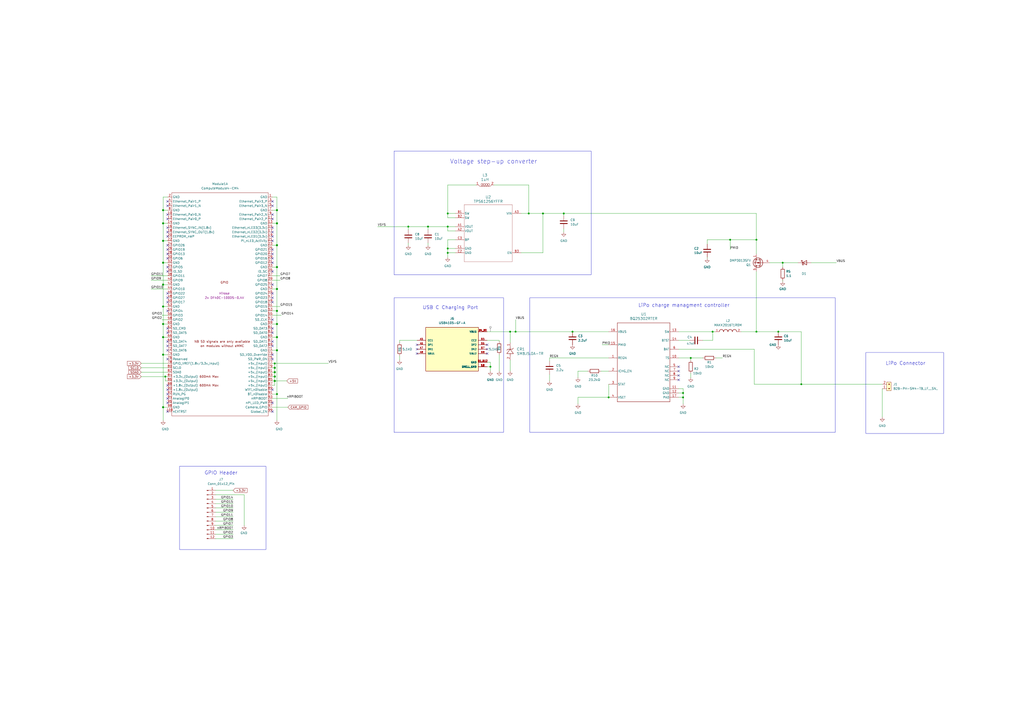
<source format=kicad_sch>
(kicad_sch (version 20230121) (generator eeschema)
  (paper "A2")
  (title_block (title "Raspberry Pi Compute Module 4 Carrier Board v1") (date "2023-06-21") (rev "v01") (comment 2 "creativecommons.org/licenses/by-sa/4.0") (comment 3 "License: CC BY 4.0") (comment 4 "Author: Iiro Karppanen"))
  (junction (at 94.615 139.7) (diameter 1.016))
  (junction (at 94.615 205.74) (diameter 1.016))
  (junction (at 327.025 123.825))
  (junction (at 160.655 154.94) (diameter 1.016))
  (junction (at 400.685 207.645))
  (junction (at 438.785 139.065))
  (junction (at 160.655 180.34) (diameter 1.016))
  (junction (at 159.385 220.98) (diameter 1.016))
  (junction (at 259.715 123.825))
  (junction (at 159.385 215.9) (diameter 1.016))
  (junction (at 236.855 131.445))
  (junction (at 248.285 131.445))
  (junction (at 314.96 123.825))
  (junction (at 159.385 210.82))
  (junction (at 160.655 142.24) (diameter 1.016))
  (junction (at 413.385 192.405))
  (junction (at 95.885 218.44))
  (junction (at 464.82 222.885))
  (junction (at 438.785 192.405))
  (junction (at 396.24 227.965))
  (junction (at 94.615 165.1) (diameter 1.016))
  (junction (at 451.485 192.405))
  (junction (at 159.385 218.44) (diameter 1.016))
  (junction (at 94.615 236.22) (diameter 1.016))
  (junction (at 259.715 131.445))
  (junction (at 94.615 187.96) (diameter 1.016))
  (junction (at 160.655 167.64) (diameter 1.016))
  (junction (at 396.24 230.505))
  (junction (at 160.655 228.6))
  (junction (at 160.655 195.58) (diameter 1.016))
  (junction (at 159.385 213.36) (diameter 1.016))
  (junction (at 160.655 129.54) (diameter 1.016))
  (junction (at 94.615 129.54) (diameter 1.016))
  (junction (at 353.06 230.505))
  (junction (at 284.48 212.725))
  (junction (at 94.615 121.92) (diameter 1.016))
  (junction (at 94.615 195.58) (diameter 1.016))
  (junction (at 94.615 152.4) (diameter 1.016))
  (junction (at 160.655 203.2) (diameter 1.016))
  (junction (at 332.105 192.405))
  (junction (at 160.655 187.96) (diameter 1.016))
  (junction (at 160.655 121.92) (diameter 1.016))
  (junction (at 306.705 123.825))
  (junction (at 454.025 152.4))
  (junction (at 299.085 192.405))
  (junction (at 259.715 146.685))
  (junction (at 423.545 139.065))
  (junction (at 295.91 192.405))
  (junction (at 259.715 144.145))
  (junction (at 94.615 177.8) (diameter 1.016))
  (no_connect (at 97.155 154.94))
  (no_connect (at 158.115 226.06))
  (no_connect (at 158.115 127))
  (no_connect (at 158.115 170.18))
  (no_connect (at 97.155 223.52))
  (no_connect (at 241.935 200.025))
  (no_connect (at 158.115 185.42))
  (no_connect (at 158.115 149.86))
  (no_connect (at 393.7 215.265))
  (no_connect (at 158.115 134.62))
  (no_connect (at 158.115 208.28))
  (no_connect (at 97.155 116.84))
  (no_connect (at 241.935 205.105))
  (no_connect (at 158.115 190.5))
  (no_connect (at 97.155 190.5))
  (no_connect (at 97.155 137.16))
  (no_connect (at 97.155 180.34))
  (no_connect (at 158.115 124.46))
  (no_connect (at 158.115 198.12))
  (no_connect (at 158.115 238.76))
  (no_connect (at 158.115 200.66))
  (no_connect (at 97.155 175.26))
  (no_connect (at 158.115 152.4))
  (no_connect (at 158.115 205.74))
  (no_connect (at 97.155 226.06))
  (no_connect (at 97.155 200.66))
  (no_connect (at 158.115 147.32))
  (no_connect (at 158.115 193.04))
  (no_connect (at 97.155 134.62))
  (no_connect (at 97.155 124.46))
  (no_connect (at 158.115 132.08))
  (no_connect (at 282.575 205.105))
  (no_connect (at 97.155 231.14))
  (no_connect (at 97.155 193.04))
  (no_connect (at 97.155 233.68))
  (no_connect (at 97.155 147.32))
  (no_connect (at 393.7 217.805))
  (no_connect (at 158.115 233.68))
  (no_connect (at 97.155 144.78))
  (no_connect (at 158.115 116.84))
  (no_connect (at 97.155 127))
  (no_connect (at 97.155 157.48))
  (no_connect (at 158.115 165.1))
  (no_connect (at 97.155 238.76))
  (no_connect (at 97.155 228.6))
  (no_connect (at 158.115 144.78))
  (no_connect (at 158.115 139.7))
  (no_connect (at 97.155 132.08))
  (no_connect (at 158.115 157.48))
  (no_connect (at 97.155 170.18))
  (no_connect (at 97.155 208.28))
  (no_connect (at 393.7 220.345))
  (no_connect (at 282.575 200.025))
  (no_connect (at 158.115 137.16))
  (no_connect (at 97.155 142.24))
  (no_connect (at 97.155 203.2))
  (no_connect (at 97.155 149.86))
  (no_connect (at 97.155 198.12))
  (no_connect (at 158.115 175.26))
  (no_connect (at 393.7 212.725))
  (no_connect (at 97.155 172.72))
  (no_connect (at 282.575 202.565))
  (no_connect (at 158.115 172.72))
  (no_connect (at 97.155 119.38))
  (no_connect (at 158.115 119.38))
  (no_connect (at 241.935 202.565))
  (wire (pts (xy 158.115 142.24) (xy 160.655 142.24)))
  (wire (pts (xy 158.115 220.98) (xy 159.385 220.98)))
  (wire (pts (xy 158.115 121.92) (xy 160.655 121.92)))
  (wire (pts (xy 259.715 126.365) (xy 264.16 126.365)))
  (wire (pts (xy 158.115 154.94) (xy 160.655 154.94)))
  (wire (pts (xy 335.28 230.505) (xy 353.06 230.505)))
  (wire (pts (xy 282.575 192.405) (xy 295.91 192.405)))
  (wire (pts (xy 340.995 215.265) (xy 335.28 215.265)))
  (wire (pts (xy 158.115 213.36) (xy 159.385 213.36)))
  (wire (pts (xy 400.685 207.645) (xy 407.67 207.645)))
  (wire (pts (xy 413.385 192.405) (xy 414.655 192.405)))
  (wire (pts (xy 259.715 139.065) (xy 259.715 144.145)))
  (wire (pts (xy 410.21 139.065) (xy 423.545 139.065)))
  (wire (pts (xy 159.385 215.9) (xy 159.385 213.36)))
  (wire (pts (xy 158.115 182.88) (xy 163.195 182.88)))
  (wire (pts (xy 295.91 192.405) (xy 299.085 192.405)))
  (wire (pts (xy 158.115 162.56) (xy 162.56 162.56)))
  (wire (pts (xy 158.115 223.52) (xy 159.385 223.52)))
  (wire (pts (xy 236.855 133.35) (xy 236.855 131.445)))
  (wire (pts (xy 454.025 162.56) (xy 454.025 163.195)))
  (wire (pts (xy 264.16 139.065) (xy 259.715 139.065)))
  (wire (pts (xy 160.655 114.3) (xy 160.655 121.92)))
  (wire (pts (xy 393.7 227.965) (xy 396.24 227.965)))
  (wire (pts (xy 236.855 131.445) (xy 248.285 131.445)))
  (wire (pts (xy 451.485 192.405) (xy 464.82 192.405)))
  (wire (pts (xy 264.16 133.985) (xy 259.715 133.985)))
  (wire (pts (xy 393.7 230.505) (xy 396.24 230.505)))
  (wire (pts (xy 259.715 146.685) (xy 259.715 149.225)))
  (wire (pts (xy 158.115 228.6) (xy 160.655 228.6)))
  (wire (pts (xy 95.885 218.44) (xy 97.155 218.44)))
  (wire (pts (xy 94.615 205.74) (xy 94.615 236.22)))
  (wire (pts (xy 158.115 129.54) (xy 160.655 129.54)))
  (wire (pts (xy 470.535 152.4) (xy 485.14 152.4)))
  (wire (pts (xy 231.775 206.375) (xy 231.775 208.788)))
  (wire (pts (xy 93.98 182.88) (xy 97.155 182.88)))
  (wire (pts (xy 410.21 139.065) (xy 410.21 141.605)))
  (wire (pts (xy 160.655 203.2) (xy 160.655 228.6)))
  (wire (pts (xy 158.115 215.9) (xy 159.385 215.9)))
  (wire (pts (xy 94.615 121.92) (xy 97.155 121.92)))
  (wire (pts (xy 511.81 225.425) (xy 511.81 241.935)))
  (wire (pts (xy 141.605 287.02) (xy 125.095 287.02)))
  (wire (pts (xy 94.615 152.4) (xy 94.615 165.1)))
  (wire (pts (xy 348.615 215.265) (xy 353.06 215.265)))
  (wire (pts (xy 393.7 202.565) (xy 437.515 202.565)))
  (wire (pts (xy 236.855 140.97) (xy 236.855 142.24)))
  (wire (pts (xy 160.655 195.58) (xy 160.655 203.2)))
  (wire (pts (xy 159.385 213.36) (xy 159.385 210.82)))
  (wire (pts (xy 135.255 299.72) (xy 125.095 299.72)))
  (wire (pts (xy 464.82 222.885) (xy 511.81 222.885)))
  (wire (pts (xy 160.655 121.92) (xy 160.655 129.54)))
  (wire (pts (xy 94.615 165.1) (xy 97.155 165.1)))
  (wire (pts (xy 438.785 123.825) (xy 438.785 139.065)))
  (wire (pts (xy 423.545 139.065) (xy 438.785 139.065)))
  (wire (pts (xy 289.56 205.74) (xy 289.56 215.265)))
  (wire (pts (xy 446.405 152.4) (xy 454.025 152.4)))
  (wire (pts (xy 302.26 146.685) (xy 314.96 146.685)))
  (wire (pts (xy 231.775 197.485) (xy 231.775 198.755)))
  (wire (pts (xy 437.515 222.885) (xy 464.82 222.885)))
  (wire (pts (xy 158.115 167.64) (xy 160.655 167.64)))
  (wire (pts (xy 259.715 123.825) (xy 264.16 123.825)))
  (wire (pts (xy 248.285 131.445) (xy 259.715 131.445)))
  (wire (pts (xy 393.7 192.405) (xy 413.385 192.405)))
  (wire (pts (xy 306.705 123.825) (xy 302.26 123.825)))
  (wire (pts (xy 400.685 216.535) (xy 400.685 219.075)))
  (wire (pts (xy 94.615 195.58) (xy 97.155 195.58)))
  (wire (pts (xy 94.615 177.8) (xy 94.615 187.96)))
  (wire (pts (xy 259.715 107.315) (xy 276.225 107.315)))
  (wire (pts (xy 95.885 220.98) (xy 95.885 218.44)))
  (wire (pts (xy 94.615 114.3) (xy 94.615 121.92)))
  (wire (pts (xy 295.91 192.405) (xy 295.91 198.755)))
  (wire (pts (xy 81.915 218.44) (xy 95.885 218.44)))
  (wire (pts (xy 335.28 230.505) (xy 335.28 234.315)))
  (wire (pts (xy 314.96 123.825) (xy 327.025 123.825)))
  (wire (pts (xy 158.115 160.02) (xy 162.56 160.02)))
  (wire (pts (xy 259.715 107.315) (xy 259.715 123.825)))
  (wire (pts (xy 135.255 304.8) (xy 125.095 304.8)))
  (wire (pts (xy 94.615 152.4) (xy 97.155 152.4)))
  (wire (pts (xy 295.91 208.915) (xy 295.91 215.265)))
  (wire (pts (xy 286.385 107.315) (xy 306.705 107.315)))
  (wire (pts (xy 259.715 144.145) (xy 264.16 144.145)))
  (wire (pts (xy 94.615 139.7) (xy 97.155 139.7)))
  (wire (pts (xy 135.255 289.56) (xy 125.095 289.56)))
  (wire (pts (xy 248.285 140.97) (xy 248.285 142.24)))
  (wire (pts (xy 259.715 133.985) (xy 259.715 131.445)))
  (wire (pts (xy 353.06 222.885) (xy 353.06 230.505)))
  (wire (pts (xy 413.385 197.485) (xy 413.385 192.405)))
  (wire (pts (xy 81.915 215.9) (xy 97.155 215.9)))
  (wire (pts (xy 259.715 131.445) (xy 264.16 131.445)))
  (wire (pts (xy 94.615 187.96) (xy 94.615 195.58)))
  (wire (pts (xy 159.385 210.82) (xy 190.5 210.82)))
  (wire (pts (xy 429.895 192.405) (xy 438.785 192.405)))
  (wire (pts (xy 160.655 129.54) (xy 160.655 142.24)))
  (wire (pts (xy 423.545 144.78) (xy 423.545 139.065)))
  (wire (pts (xy 93.98 185.42) (xy 97.155 185.42)))
  (wire (pts (xy 282.575 210.185) (xy 284.48 210.185)))
  (wire (pts (xy 437.515 202.565) (xy 437.515 222.885)))
  (wire (pts (xy 314.96 146.685) (xy 314.96 123.825)))
  (wire (pts (xy 318.77 207.645) (xy 353.06 207.645)))
  (wire (pts (xy 160.655 142.24) (xy 160.655 154.94)))
  (wire (pts (xy 454.025 154.94) (xy 454.025 152.4)))
  (wire (pts (xy 415.29 207.645) (xy 419.1 207.645)))
  (wire (pts (xy 299.085 185.42) (xy 299.085 192.405)))
  (wire (pts (xy 135.255 292.1) (xy 125.095 292.1)))
  (wire (pts (xy 94.615 121.92) (xy 94.615 129.54)))
  (wire (pts (xy 87.63 160.02) (xy 97.155 160.02)))
  (wire (pts (xy 248.285 133.35) (xy 248.285 131.445)))
  (wire (pts (xy 259.715 144.145) (xy 259.715 146.685)))
  (wire (pts (xy 160.655 228.6) (xy 160.655 243.84)))
  (wire (pts (xy 160.655 180.34) (xy 160.655 187.96)))
  (wire (pts (xy 160.655 154.94) (xy 160.655 167.64)))
  (wire (pts (xy 158.115 218.44) (xy 159.385 218.44)))
  (wire (pts (xy 158.115 180.34) (xy 160.655 180.34)))
  (wire (pts (xy 135.255 297.18) (xy 125.095 297.18)))
  (wire (pts (xy 327.025 132.715) (xy 327.025 134.62)))
  (wire (pts (xy 327.025 123.825) (xy 438.785 123.825)))
  (wire (pts (xy 94.615 139.7) (xy 94.615 152.4)))
  (wire (pts (xy 438.785 139.065) (xy 438.785 147.32)))
  (wire (pts (xy 306.705 123.825) (xy 314.96 123.825)))
  (wire (pts (xy 135.255 302.26) (xy 125.095 302.26)))
  (wire (pts (xy 94.615 205.74) (xy 97.155 205.74)))
  (wire (pts (xy 332.105 192.405) (xy 353.06 192.405)))
  (wire (pts (xy 393.7 207.645) (xy 400.685 207.645)))
  (wire (pts (xy 158.115 177.8) (xy 162.56 177.8)))
  (wire (pts (xy 259.715 123.825) (xy 259.715 126.365)))
  (wire (pts (xy 306.705 107.315) (xy 306.705 123.825)))
  (wire (pts (xy 81.915 210.82) (xy 97.155 210.82)))
  (wire (pts (xy 94.615 236.22) (xy 97.155 236.22)))
  (wire (pts (xy 318.77 217.17) (xy 318.77 220.98)))
  (wire (pts (xy 282.575 212.725) (xy 284.48 212.725)))
  (wire (pts (xy 454.025 152.4) (xy 462.915 152.4)))
  (wire (pts (xy 94.615 187.96) (xy 97.155 187.96)))
  (wire (pts (xy 158.115 210.82) (xy 159.385 210.82)))
  (wire (pts (xy 94.615 177.8) (xy 97.155 177.8)))
  (wire (pts (xy 284.48 212.725) (xy 284.48 215.265)))
  (wire (pts (xy 289.56 197.485) (xy 289.56 198.12)))
  (wire (pts (xy 318.77 207.645) (xy 318.77 209.55)))
  (wire (pts (xy 396.24 225.425) (xy 396.24 227.965)))
  (wire (pts (xy 327.025 125.095) (xy 327.025 123.825)))
  (wire (pts (xy 135.255 307.34) (xy 125.095 307.34)))
  (wire (pts (xy 97.155 114.3) (xy 94.615 114.3)))
  (wire (pts (xy 259.715 146.685) (xy 264.16 146.685)))
  (wire (pts (xy 159.385 223.52) (xy 159.385 220.98)))
  (wire (pts (xy 407.67 197.485) (xy 413.385 197.485)))
  (wire (pts (xy 158.115 187.96) (xy 160.655 187.96)))
  (wire (pts (xy 158.115 203.2) (xy 160.655 203.2)))
  (wire (pts (xy 87.63 167.64) (xy 97.155 167.64)))
  (wire (pts (xy 219.075 131.445) (xy 236.855 131.445)))
  (wire (pts (xy 125.095 309.88) (xy 135.255 309.88)))
  (wire (pts (xy 135.255 294.64) (xy 125.095 294.64)))
  (wire (pts (xy 159.385 220.98) (xy 159.385 218.44)))
  (wire (pts (xy 125.095 312.42) (xy 135.255 312.42)))
  (wire (pts (xy 94.615 165.1) (xy 94.615 177.8)))
  (wire (pts (xy 464.82 192.405) (xy 464.82 222.885)))
  (wire (pts (xy 396.24 230.505) (xy 396.24 234.315)))
  (wire (pts (xy 159.385 218.44) (xy 159.385 215.9)))
  (wire (pts (xy 393.7 225.425) (xy 396.24 225.425)))
  (wire (pts (xy 438.785 192.405) (xy 451.485 192.405)))
  (wire (pts (xy 158.115 195.58) (xy 160.655 195.58)))
  (wire (pts (xy 94.615 129.54) (xy 94.615 139.7)))
  (wire (pts (xy 400.685 207.645) (xy 400.685 208.915)))
  (wire (pts (xy 158.115 236.22) (xy 167.005 236.22)))
  (wire (pts (xy 349.25 200.025) (xy 353.06 200.025)))
  (wire (pts (xy 400.05 197.485) (xy 393.7 197.485)))
  (wire (pts (xy 94.615 195.58) (xy 94.615 205.74)))
  (wire (pts (xy 284.48 210.185) (xy 284.48 212.725)))
  (wire (pts (xy 158.115 114.3) (xy 160.655 114.3)))
  (wire (pts (xy 438.785 157.48) (xy 438.785 192.405)))
  (wire (pts (xy 87.63 162.56) (xy 97.155 162.56)))
  (wire (pts (xy 94.615 129.54) (xy 97.155 129.54)))
  (wire (pts (xy 135.255 284.48) (xy 125.095 284.48)))
  (wire (pts (xy 241.935 197.485) (xy 231.775 197.485)))
  (wire (pts (xy 159.385 220.98) (xy 166.37 220.98)))
  (wire (pts (xy 81.915 213.36) (xy 97.155 213.36)))
  (wire (pts (xy 94.615 236.22) (xy 94.615 243.84)))
  (wire (pts (xy 160.655 187.96) (xy 160.655 195.58)))
  (wire (pts (xy 141.605 287.02) (xy 141.605 304.8)))
  (wire (pts (xy 158.115 231.14) (xy 167.005 231.14)))
  (wire (pts (xy 396.24 227.965) (xy 396.24 230.505)))
  (wire (pts (xy 160.655 167.64) (xy 160.655 180.34)))
  (wire (pts (xy 97.155 220.98) (xy 95.885 220.98)))
  (wire (pts (xy 299.085 192.405) (xy 332.105 192.405)))
  (wire (pts (xy 282.575 197.485) (xy 289.56 197.485)))
  (wire (pts (xy 335.28 215.265) (xy 335.28 219.075)))
  (wire (pts (xy 410.21 149.225) (xy 410.21 149.86)))
  (rectangle (start 228.6 87.63) (end 342.9 159.385))
  (rectangle (start 307.34 172.72) (end 484.505 250.825))
  (rectangle (start 228.6 172.72) (end 292.1 250.825))
  (rectangle (start 104.14 270.51) (end 154.305 318.77))
  (rectangle (start 502.285 204.47) (end 547.37 251.46))
  (text "USB C Charging Port\n" (at 245.11 179.705 0) (effects (font (size 2 2)) (justify left bottom)))
  (text "LiPo charge managment controller\n\n" (at 370.205 181.61 0) (effects (font (size 2 2)) (justify left bottom)))
  (text "GPIO Header" (at 137.795 275.59 0) (effects (font (size 2 2)) (justify right bottom)))
  (text "Voltage step-up converter" (at 260.985 95.25 0) (effects (font (size 2.5 2.5)) (justify left bottom)))
  (text "LiPo Connector\n\n" (at 513.715 215.265 0) (effects (font (size 2 2)) (justify left bottom)))
  (label "GPIO10" (at 87.63 167.64 0))
  (label "GPIO11" (at 135.255 299.72 180))
  (label "GPIO3" (at 93.98 182.88 180))
  (label "GPIO15" (at 135.255 292.1 180))
  (label "VBUS" (at 485.14 152.4 0))
  (label "VSYS" (at 190.5 210.82 0))
  (label "REGN" (at 419.1 207.645 0))
  (label "GPIO9" (at 87.63 162.56 0))
  (label "GPIO7" (at 135.255 304.8 180))
  (label "GPIO2" (at 93.98 185.42 180))
  (label "PMID" (at 349.25 200.025 0))
  (label "GPIO11" (at 87.63 160.02 0))
  (label "GPIO2" (at 135.255 309.88 180))
  (label "REGN" (at 318.77 207.645 0))
  (label "nRPIBOOT" (at 135.255 307.34 180))
  (label "GPIO14" (at 135.255 289.56 180))
  (label "PMID" (at 423.545 144.78 0))
  (label "GPIO8" (at 162.56 162.56 0))
  (label "nRPIBOOT" (at 166.37 231.14 0))
  (label "VBUS" (at 299.085 185.42 0))
  (label "GPIO7" (at 162.56 160.02 0))
  (label "GPIO9" (at 135.255 297.18 180))
  (label "GPIO15" (at 162.56 177.8 0))
  (label "GPIO14" (at 163.195 182.88 0))
  (label "GPIO8" (at 135.255 302.26 180))
  (label "VSYS" (at 219.075 131.445 0))
  (label "GPIO10" (at 135.255 294.64 180))
  (label "GPIO3" (at 135.255 312.42 180))
  (global_label "SCL0" (shape input) (at 81.915 213.36 180) (property "Intersheetrefs" "${INTERSHEET_REFS}" (effects hide)))
  (global_label "+3.3V" (shape input) (at 135.255 284.48 0) (property "Intersheetrefs" "${INTERSHEET_REFS}" (effects hide)))
  (global_label "+3.3V" (shape input) (at 81.915 218.44 180) (property "Intersheetrefs" "${INTERSHEET_REFS}" (effects hide)))
  (global_label "+3.3V" (shape input) (at 81.915 210.82 180) (property "Intersheetrefs" "${INTERSHEET_REFS}" (effects hide)))
  (global_label "+5V" (shape input) (at 166.37 220.98 0) (property "Intersheetrefs" "${INTERSHEET_REFS}" (effects hide)))
  (global_label "SDA0" (shape input) (at 81.915 215.9 180) (property "Intersheetrefs" "${INTERSHEET_REFS}" (effects hide)))
  (global_label "CAM_GPIO" (shape input) (at 167.005 236.22 0) (property "Intersheetrefs" "${INTERSHEET_REFS}" (effects hide)))
  (netclass_flag "" (length 2.54) (shape round) (at 284.48 192.405 0) (property "Netclass" "Power" (effects hide)))
  (symbol (lib_id "Device:R") (at 400.685 212.725 180) (unit 1)
    (property "Reference" "R2" (at 403.86 213.995 0))
    (property "Value" "10kΩ" (at 404.495 216.535 0))
    (property "Footprint" "Resistor_SMD:R_0603_1608Metric" (effects hide))
  )
  (symbol (lib_id "Device:C") (at 318.77 213.36 0) (unit 1)
    (property "Reference" "C5" (at 322.58 212.09 0) (effects (justify left)))
    (property "Value" "2.2u" (at 322.58 214.63 0) (effects (justify left)))
    (property "Footprint" "Capacitor_SMD:C_0603_1608Metric" (effects hide))
  )
  (symbol (lib_id "Device:C") (at 403.86 197.485 90) (unit 1)
    (property "Reference" "C4" (at 400.05 195.58 90))
    (property "Value" "47nF" (at 400.685 199.39 90))
    (property "Footprint" "Capacitor_SMD:C_0603_1608Metric" (effects hide))
  )
  (symbol (lib_id "dk_Fixed-Inductors:82473C") (at 281.305 107.315 0) (unit 1)
    (property "Reference" "L3" (at 281.305 101.6 0) (effects (font (size 1.524 1.524))))
    (property "Value" "1uH" (at 281.305 104.14 0) (effects (font (size 1.524 1.524))))
    (property "Footprint" "Inductor_SMD:L_0603_1608Metric" (effects hide))
    (property "Datasheet" "https://www.murata-ps.com/data/magnetics/kmp_8200c.pdf" (effects hide))
    (property "Digi-Key_PN" "811-2477-1-ND" (effects hide))
    (property "MPN" "82473C" (effects hide))
    (property "Category" "Inductors, Coils, Chokes" (effects hide))
    (property "Family" "Fixed Inductors" (effects hide))
    (property "DK_Datasheet_Link" "https://www.murata-ps.com/data/magnetics/kmp_8200c.pdf" (effects hide))
    (property "DK_Detail_Page" "/product-detail/en/murata-power-solutions-inc/82473C/811-2477-1-ND/3178548" (effects hide))
    (property "Description" "FIXED IND 47UH 250MA 1.69 OHM" (effects hide))
    (property "Manufacturer" "Murata Power Solutions Inc." (effects hide))
    (property "Status" "Active" (effects hide))
  )
  (symbol (lib_id "Diode:CDBA340-HF") (at 466.725 152.4 0) (unit 1)
    (property "Reference" "D1" (at 466.4075 158.75 0))
    (property "Value" "CDBA340-HF" (effects hide))
    (property "Footprint" "Diode_SMD:D_SMA" (effects hide))
    (property "Datasheet" "https://www.comchiptech.com/admin/files/product/CDBA340-HF%20Thru193640.%20CDBA3100-HF%20RevB.pdf" (effects hide))
  )
  (symbol (lib_id "power:GND") (at 94.615 243.84 0) (unit 1)
    (property "Reference" "#PWR0101" (effects hide))
    (property "Value" "GND" (at 95.885 248.92 0))
  )
  (symbol (lib_id "Device:R") (at 289.56 201.93 180) (unit 1)
    (property "Reference" "R9" (at 289.687 202.057 90))
    (property "Value" "5.1kΩ" (at 286.385 202.565 0))
    (property "Footprint" "Resistor_SMD:R_0603_1608Metric" (effects hide))
  )
  (symbol (lib_id "Device:R") (at 344.805 215.265 90) (unit 1)
    (property "Reference" "R10" (at 344.805 217.805 90))
    (property "Value" "23.2kΩ" (at 344.805 220.345 90))
    (property "Footprint" "Resistor_SMD:R_0603_1608Metric" (effects hide))
  )
  (symbol (lib_id "power:GND") (at 160.655 243.84 0) (unit 1)
    (property "Reference" "#PWR0102" (effects hide))
    (property "Value" "GND" (at 161.925 248.92 0))
  )
  (symbol (lib_name "GND_3") (lib_id "power:GND") (at 318.77 220.98 0) (unit 1)
    (property "Reference" "#PWR018" (effects hide))
    (property "Value" "GND" (at 318.77 226.06 0))
  )
  (symbol (lib_id "CM4IO:ComputeModule4-CM4") (at 130.175 170.18 0) (unit 1)
    (property "Reference" "Module1" (at 127.635 106.68 0))
    (property "Value" "ComputeModule4-CM4" (at 127.635 109.22 0))
    (property "Footprint" "DF40C-100DS-0.4V_51_:HRS_DF40C-100DS-0.4V(51)" (effects hide))
    (property "Manufacturer" "Hirose" (at 130.175 170.18 0))
    (property "MPN" "2x DF40C-100DS-0.4V" (at 130.175 172.72 0))
    (property "Digi-Key_PN" "2x H11615CT-ND" (effects hide))
    (property "Digi-Key_PN (Alt)" "2x H124602CT-ND" (effects hide))
  )
  (symbol (lib_id "Device:C") (at 248.285 137.16 0) (unit 1)
    (property "Reference" "C1" (at 252.095 135.89 0) (effects (justify left)))
    (property "Value" "10uF" (at 252.095 138.43 0) (effects (justify left)))
    (property "Footprint" "Capacitor_SMD:C_0603_1608Metric" (effects hide))
  )
  (symbol (lib_name "GND_1") (lib_id "power:GND") (at 332.105 200.025 0) (unit 1)
    (property "Reference" "#PWR010" (effects hide))
    (property "Value" "GND" (at 332.105 205.105 0))
  )
  (symbol (lib_name "GND_8") (lib_id "power:GND") (at 289.56 215.265 0) (unit 1)
    (property "Reference" "#PWR013" (effects hide))
    (property "Value" "GND" (at 289.56 220.345 0))
  )
  (symbol (lib_id "MAKK2016T1R0M:MAKK2016T1R0M") (at 422.275 192.405 0) (unit 1)
    (property "Reference" "L2" (at 422.275 186.055 0))
    (property "Value" "MAKK2016T1R0M" (at 422.275 188.595 0))
    (property "Footprint" "INDC2016X100N" (effects hide))
  )
  (symbol (lib_name "GND_3") (lib_id "power:GND") (at 410.21 149.86 0) (unit 1)
    (property "Reference" "#PWR03" (effects hide))
    (property "Value" "GND" (at 410.21 154.94 0))
  )
  (symbol (lib_id "Device:C") (at 410.21 145.415 0) (unit 1)
    (property "Reference" "C2" (at 402.59 144.145 0) (effects (justify left)))
    (property "Value" "10uF" (at 402.59 146.685 0) (effects (justify left)))
    (property "Footprint" "Capacitor_SMD:C_0603_1608Metric" (effects hide))
  )
  (symbol (lib_name "GND_6") (lib_id "power:GND") (at 248.285 142.24 0) (unit 1)
    (property "Reference" "#PWR01" (effects hide))
    (property "Value" "GND" (at 248.285 147.32 0))
  )
  (symbol (lib_name "GND_2") (lib_id "power:GND") (at 511.81 241.935 0) (unit 1)
    (property "Reference" "#PWR02" (effects hide))
    (property "Value" "GND" (at 511.81 247.015 0))
  )
  (symbol (lib_id "Device:C") (at 236.855 137.16 0) (unit 1)
    (property "Reference" "C8" (at 240.665 135.89 0) (effects (justify left)))
    (property "Value" "10uF" (at 240.665 138.43 0) (effects (justify left)))
    (property "Footprint" "Capacitor_SMD:C_0603_1608Metric" (effects hide))
  )
  (symbol (lib_name "GND_4") (lib_id "power:GND") (at 451.485 200.025 0) (unit 1)
    (property "Reference" "#PWR020" (effects hide))
    (property "Value" "GND" (at 448.31 200.025 0))
  )
  (symbol (lib_id "Device:C") (at 451.485 196.215 0) (unit 1)
    (property "Reference" "C6" (at 454.66 194.945 0) (effects (justify left)))
    (property "Value" "10uF" (at 454.66 197.485 0) (effects (justify left)))
    (property "Footprint" "Capacitor_SMD:C_0603_1608Metric" (effects hide))
  )
  (symbol (lib_name "GND_4") (lib_id "power:GND") (at 396.24 234.315 0) (unit 1)
    (property "Reference" "#PWR021" (effects hide))
    (property "Value" "GND" (at 396.24 239.395 0))
  )
  (symbol (lib_id "SMBJ5-0A-TR:SMBJ5.0A-TR") (at 295.91 198.755 270) (unit 1)
    (property "Reference" "CR1" (at 299.72 202.565 90) (effects (font (size 1.524 1.524)) (justify left)))
    (property "Value" "SMBJ5.0A-TR" (at 299.72 205.105 90) (effects (font (size 1.524 1.524)) (justify left)))
    (property "Footprint" "SMBJ5-0A-TR:SMB_STM" (effects hide))
    (property "Datasheet" "SMBJ5.0A-TR" (effects hide))
  )
  (symbol (lib_id "Transistor_FET:DMP3013SFV") (at 441.325 152.4 180) (unit 1)
    (property "Reference" "Q1" (at 435.61 153.67 0) (effects (justify left)))
    (property "Value" "DMP3013SFV" (at 435.61 151.13 0) (effects (justify left)))
    (property "Footprint" "Package_SON:Diodes_PowerDI3333-8" (effects hide))
    (property "Datasheet" "https://www.diodes.com/assets/Datasheets/DMP3013SFV.pdf" (effects hide))
  )
  (symbol (lib_id "BQ25302:BQ25302RTER") (at 373.38 210.185 0) (unit 1)
    (property "Reference" "U1" (at 373.38 182.245 0) (effects (font (size 1.524 1.524))))
    (property "Value" "BQ25302RTER" (at 373.38 184.785 0) (effects (font (size 1.524 1.524))))
    (property "Footprint" "BQ25302:RTE0016C" (effects hide))
    (property "Datasheet" "https://www.ti.com/lit/ds/symlink/bq25302.pdf" (effects hide))
  )
  (symbol (lib_id "USB4105-GF-A:USB4105-GF-A") (at 262.255 202.565 0) (unit 1)
    (property "Reference" "J6" (at 262.255 184.785 0))
    (property "Value" "USB4105-GF-A" (at 262.255 187.325 0))
    (property "Footprint" "USB4105-GF-A:GCT_USB4105-GF-A" (effects hide))
    (property "PARTREV" "A3" (effects hide))
    (property "STANDARD" "Manufacturer Recommendations" (effects hide))
    (property "MAXIMUM_PACKAGE_HEIGHT" "3.31 mm" (effects hide))
    (property "MANUFACTURER" "GCT" (effects hide))
  )
  (symbol (lib_name "GND_5") (lib_id "power:GND") (at 454.025 163.195 0) (unit 1)
    (property "Reference" "#PWR05" (effects hide))
    (property "Value" "GND" (at 454.025 167.64 0))
  )
  (symbol (lib_id "TPS61256YFFR:TPS61256YFFR") (at 284.48 133.985 0) (mirror y) (unit 1)
    (property "Reference" "U2" (at 283.21 114.3 0) (effects (font (size 1.524 1.524))))
    (property "Value" "TPS61256YFFR" (at 283.21 116.84 0) (effects (font (size 1.524 1.524))))
    (property "Footprint" "YFF0009ACAG" (effects hide))
    (property "Datasheet" "TPS61256YFFR" (effects hide))
  )
  (symbol (lib_id "power:GND") (at 141.605 304.8 0) (mirror y) (unit 1)
    (property "Reference" "#PWR0103" (effects hide))
    (property "Value" "GND" (at 141.478 309.1942 0))
    (instances (project "rpi-cm4-base-carrier" (path "" (reference "#PWR0103") (unit 1))) (project "carrier_board_v1" (path "" (reference "#PWR023") (unit 1))))
  )
  (symbol (lib_name "GND_3") (lib_id "power:GND") (at 335.28 234.315 0) (unit 1)
    (property "Reference" "#PWR016" (effects hide))
    (property "Value" "GND" (at 335.28 239.395 0))
  )
  (symbol (lib_id "Connector:Conn_01x12_Pin") (at 120.015 297.18 0) (unit 1)
    (property "Reference" "J7" (at 128.27 278.13 0))
    (property "Value" "Conn_01x12_Pin" (at 128.27 280.67 0))
    (property "Footprint" "Connector_PinHeader_2.54mm:PinHeader_1x12_P2.54mm_Vertical" (effects hide))
  )
  (symbol (lib_name "GND_8") (lib_id "power:GND") (at 231.775 208.788 0) (unit 1)
    (property "Reference" "#PWR09" (effects hide))
    (property "Value" "GND" (at 231.775 213.995 0))
  )
  (symbol (lib_id "dk_Rectangular-Connectors-Headers-Male-Pins:B2B-PH-SM4-TB_LF__SN_") (at 514.35 225.425 90) (unit 1)
    (property "Reference" "J1" (at 518.16 222.885 90) (effects (justify right)))
    (property "Value" "B2B-PH-SM4-TB_LF__SN_" (at 518.16 225.425 90) (effects (justify right)))
    (property "Footprint" "digikey-footprints:PinHeader_1x2_P2mm" (effects hide))
    (property "Datasheet" "http://www.jst-mfg.com/product/pdf/eng/ePH.pdf" (effects hide))
    (property "Digi-Key_PN" "455-1734-1-ND" (effects hide))
    (property "MPN" "B2B-PH-SM4-TB(LF)(SN)" (effects hide))
    (property "Category" "Connectors, Interconnects" (effects hide))
    (property "Family" "Rectangular Connectors - Headers, Male Pins" (effects hide))
    (property "DK_Datasheet_Link" "http://www.jst-mfg.com/product/pdf/eng/ePH.pdf" (effects hide))
    (property "DK_Detail_Page" "/product-detail/en/jst-sales-america-inc/B2B-PH-SM4-TB(LF)(SN)/455-1734-1-ND/926831" (effects hide))
    (property "Description" "CONN HEADER SMD 2POS 2MM" (effects hide))
    (property "Manufacturer" "JST Sales America Inc." (effects hide))
    (property "Status" "Active" (effects hide))
  )
  (symbol (lib_id "Device:C") (at 332.105 196.215 0) (unit 1)
    (property "Reference" "C3" (at 335.28 194.945 0) (effects (justify left)))
    (property "Value" "2.2uF" (at 335.28 197.485 0) (effects (justify left)))
    (property "Footprint" "Capacitor_SMD:C_0603_1608Metric" (effects hide))
  )
  (symbol (lib_id "Device:R") (at 411.48 207.645 90) (unit 1)
    (property "Reference" "R1" (at 411.48 210.185 90))
    (property "Value" "10kΩ" (at 411.48 212.725 90))
    (property "Footprint" "Resistor_SMD:R_0603_1608Metric" (effects hide))
  )
  (symbol (lib_id "Device:C") (at 327.025 128.905 0) (unit 1)
    (property "Reference" "C9" (at 330.835 127.635 0) (effects (justify left)))
    (property "Value" "10uF" (at 330.835 130.175 0) (effects (justify left)))
    (property "Footprint" "Capacitor_SMD:C_0603_1608Metric" (effects hide))
  )
  (symbol (lib_name "GND_6") (lib_id "power:GND") (at 259.715 149.225 0) (unit 1)
    (property "Reference" "#PWR028" (effects hide))
    (property "Value" "GND" (at 259.715 154.305 0))
  )
  (symbol (lib_name "GND_6") (lib_id "power:GND") (at 236.855 142.24 0) (unit 1)
    (property "Reference" "#PWR04" (effects hide))
    (property "Value" "GND" (at 236.855 147.32 0))
  )
  (symbol (lib_name "GND_4") (lib_id "power:GND") (at 400.685 219.075 0) (unit 1)
    (property "Reference" "#PWR019" (effects hide))
    (property "Value" "GND" (at 400.685 224.155 0))
  )
  (symbol (lib_id "Device:R") (at 231.775 202.565 180) (unit 1)
    (property "Reference" "R6" (at 231.902 202.692 90))
    (property "Value" "5.1kΩ" (at 236.22 202.565 0))
    (property "Footprint" "Resistor_SMD:R_0603_1608Metric" (effects hide))
  )
  (symbol (lib_id "Device:R") (at 454.025 158.75 180) (unit 1)
    (property "Reference" "R5" (at 455.93 157.48 0) (effects (justify right)))
    (property "Value" "1.1" (at 455.93 160.02 0) (effects (justify right)))
    (property "Footprint" "Resistor_SMD:R_0603_1608Metric" (effects hide))
  )
  (symbol (lib_name "GND_3") (lib_id "power:GND") (at 335.28 219.075 0) (unit 1)
    (property "Reference" "#PWR017" (effects hide))
    (property "Value" "GND" (at 335.28 224.155 0))
  )
  (symbol (lib_name "GND_9") (lib_id "power:GND") (at 295.91 215.265 0) (unit 1)
    (property "Reference" "#PWR024" (effects hide))
    (property "Value" "GND" (at 295.91 220.345 0))
  )
  (symbol (lib_name "GND_6") (lib_id "power:GND") (at 327.025 134.62 0) (unit 1)
    (property "Reference" "#PWR027" (effects hide))
    (property "Value" "GND" (at 327.025 139.7 0))
  )
  (symbol (lib_name "GND_7") (lib_id "power:GND") (at 284.48 215.265 0) (unit 1)
    (property "Reference" "#PWR026" (effects hide))
    (property "Value" "GND" (at 284.48 220.345 0))
  )
)
</source>
